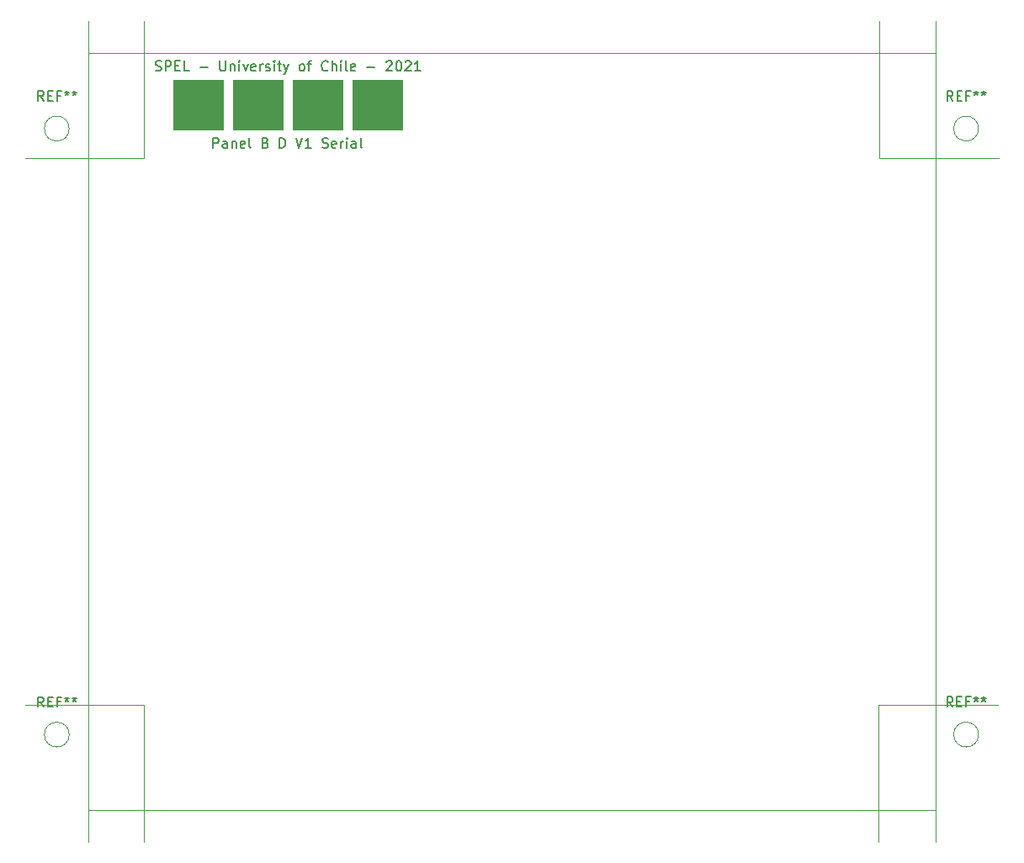
<source format=gbr>
G04 #@! TF.GenerationSoftware,KiCad,Pcbnew,(5.1.2)-2*
G04 #@! TF.CreationDate,2021-09-09T11:51:10-03:00*
G04 #@! TF.ProjectId,MAG_Plus,4d41475f-506c-4757-932e-6b696361645f,rev?*
G04 #@! TF.SameCoordinates,Original*
G04 #@! TF.FileFunction,Legend,Top*
G04 #@! TF.FilePolarity,Positive*
%FSLAX46Y46*%
G04 Gerber Fmt 4.6, Leading zero omitted, Abs format (unit mm)*
G04 Created by KiCad (PCBNEW (5.1.2)-2) date 2021-09-09 11:51:10*
%MOMM*%
%LPD*%
G04 APERTURE LIST*
%ADD10C,0.100000*%
%ADD11C,0.150000*%
%ADD12C,0.120000*%
G04 APERTURE END LIST*
D10*
G36*
X383330000Y-47550000D02*
G01*
X378330000Y-47550000D01*
X378330000Y-42550000D01*
X383330000Y-42550000D01*
X383330000Y-47550000D01*
G37*
X383330000Y-47550000D02*
X378330000Y-47550000D01*
X378330000Y-42550000D01*
X383330000Y-42550000D01*
X383330000Y-47550000D01*
G36*
X389330000Y-47550000D02*
G01*
X384330000Y-47550000D01*
X384330000Y-42550000D01*
X389330000Y-42550000D01*
X389330000Y-47550000D01*
G37*
X389330000Y-47550000D02*
X384330000Y-47550000D01*
X384330000Y-42550000D01*
X389330000Y-42550000D01*
X389330000Y-47550000D01*
G36*
X377330000Y-47550000D02*
G01*
X372330000Y-47550000D01*
X372330000Y-42550000D01*
X377330000Y-42550000D01*
X377330000Y-47550000D01*
G37*
X377330000Y-47550000D02*
X372330000Y-47550000D01*
X372330000Y-42550000D01*
X377330000Y-42550000D01*
X377330000Y-47550000D01*
G36*
X395330000Y-47550000D02*
G01*
X390330000Y-47550000D01*
X390330000Y-42550000D01*
X395330000Y-42550000D01*
X395330000Y-47550000D01*
G37*
X395330000Y-47550000D02*
X390330000Y-47550000D01*
X390330000Y-42550000D01*
X395330000Y-42550000D01*
X395330000Y-47550000D01*
D11*
X370546666Y-41604761D02*
X370689523Y-41652380D01*
X370927619Y-41652380D01*
X371022857Y-41604761D01*
X371070476Y-41557142D01*
X371118095Y-41461904D01*
X371118095Y-41366666D01*
X371070476Y-41271428D01*
X371022857Y-41223809D01*
X370927619Y-41176190D01*
X370737142Y-41128571D01*
X370641904Y-41080952D01*
X370594285Y-41033333D01*
X370546666Y-40938095D01*
X370546666Y-40842857D01*
X370594285Y-40747619D01*
X370641904Y-40700000D01*
X370737142Y-40652380D01*
X370975238Y-40652380D01*
X371118095Y-40700000D01*
X371546666Y-41652380D02*
X371546666Y-40652380D01*
X371927619Y-40652380D01*
X372022857Y-40700000D01*
X372070476Y-40747619D01*
X372118095Y-40842857D01*
X372118095Y-40985714D01*
X372070476Y-41080952D01*
X372022857Y-41128571D01*
X371927619Y-41176190D01*
X371546666Y-41176190D01*
X372546666Y-41128571D02*
X372880000Y-41128571D01*
X373022857Y-41652380D02*
X372546666Y-41652380D01*
X372546666Y-40652380D01*
X373022857Y-40652380D01*
X373927619Y-41652380D02*
X373451428Y-41652380D01*
X373451428Y-40652380D01*
X375022857Y-41271428D02*
X375784761Y-41271428D01*
X377022857Y-40652380D02*
X377022857Y-41461904D01*
X377070476Y-41557142D01*
X377118095Y-41604761D01*
X377213333Y-41652380D01*
X377403809Y-41652380D01*
X377499047Y-41604761D01*
X377546666Y-41557142D01*
X377594285Y-41461904D01*
X377594285Y-40652380D01*
X378070476Y-40985714D02*
X378070476Y-41652380D01*
X378070476Y-41080952D02*
X378118095Y-41033333D01*
X378213333Y-40985714D01*
X378356190Y-40985714D01*
X378451428Y-41033333D01*
X378499047Y-41128571D01*
X378499047Y-41652380D01*
X378975238Y-41652380D02*
X378975238Y-40985714D01*
X378975238Y-40652380D02*
X378927619Y-40700000D01*
X378975238Y-40747619D01*
X379022857Y-40700000D01*
X378975238Y-40652380D01*
X378975238Y-40747619D01*
X379356190Y-40985714D02*
X379594285Y-41652380D01*
X379832380Y-40985714D01*
X380594285Y-41604761D02*
X380499047Y-41652380D01*
X380308571Y-41652380D01*
X380213333Y-41604761D01*
X380165714Y-41509523D01*
X380165714Y-41128571D01*
X380213333Y-41033333D01*
X380308571Y-40985714D01*
X380499047Y-40985714D01*
X380594285Y-41033333D01*
X380641904Y-41128571D01*
X380641904Y-41223809D01*
X380165714Y-41319047D01*
X381070476Y-41652380D02*
X381070476Y-40985714D01*
X381070476Y-41176190D02*
X381118095Y-41080952D01*
X381165714Y-41033333D01*
X381260952Y-40985714D01*
X381356190Y-40985714D01*
X381641904Y-41604761D02*
X381737142Y-41652380D01*
X381927619Y-41652380D01*
X382022857Y-41604761D01*
X382070476Y-41509523D01*
X382070476Y-41461904D01*
X382022857Y-41366666D01*
X381927619Y-41319047D01*
X381784761Y-41319047D01*
X381689523Y-41271428D01*
X381641904Y-41176190D01*
X381641904Y-41128571D01*
X381689523Y-41033333D01*
X381784761Y-40985714D01*
X381927619Y-40985714D01*
X382022857Y-41033333D01*
X382499047Y-41652380D02*
X382499047Y-40985714D01*
X382499047Y-40652380D02*
X382451428Y-40700000D01*
X382499047Y-40747619D01*
X382546666Y-40700000D01*
X382499047Y-40652380D01*
X382499047Y-40747619D01*
X382832380Y-40985714D02*
X383213333Y-40985714D01*
X382975238Y-40652380D02*
X382975238Y-41509523D01*
X383022857Y-41604761D01*
X383118095Y-41652380D01*
X383213333Y-41652380D01*
X383451428Y-40985714D02*
X383689523Y-41652380D01*
X383927619Y-40985714D02*
X383689523Y-41652380D01*
X383594285Y-41890476D01*
X383546666Y-41938095D01*
X383451428Y-41985714D01*
X385213333Y-41652380D02*
X385118095Y-41604761D01*
X385070476Y-41557142D01*
X385022857Y-41461904D01*
X385022857Y-41176190D01*
X385070476Y-41080952D01*
X385118095Y-41033333D01*
X385213333Y-40985714D01*
X385356190Y-40985714D01*
X385451428Y-41033333D01*
X385499047Y-41080952D01*
X385546666Y-41176190D01*
X385546666Y-41461904D01*
X385499047Y-41557142D01*
X385451428Y-41604761D01*
X385356190Y-41652380D01*
X385213333Y-41652380D01*
X385832380Y-40985714D02*
X386213333Y-40985714D01*
X385975238Y-41652380D02*
X385975238Y-40795238D01*
X386022857Y-40700000D01*
X386118095Y-40652380D01*
X386213333Y-40652380D01*
X387879999Y-41557142D02*
X387832380Y-41604761D01*
X387689523Y-41652380D01*
X387594285Y-41652380D01*
X387451428Y-41604761D01*
X387356190Y-41509523D01*
X387308571Y-41414285D01*
X387260952Y-41223809D01*
X387260952Y-41080952D01*
X387308571Y-40890476D01*
X387356190Y-40795238D01*
X387451428Y-40700000D01*
X387594285Y-40652380D01*
X387689523Y-40652380D01*
X387832380Y-40700000D01*
X387879999Y-40747619D01*
X388308571Y-41652380D02*
X388308571Y-40652380D01*
X388737142Y-41652380D02*
X388737142Y-41128571D01*
X388689523Y-41033333D01*
X388594285Y-40985714D01*
X388451428Y-40985714D01*
X388356190Y-41033333D01*
X388308571Y-41080952D01*
X389213333Y-41652380D02*
X389213333Y-40985714D01*
X389213333Y-40652380D02*
X389165714Y-40700000D01*
X389213333Y-40747619D01*
X389260952Y-40700000D01*
X389213333Y-40652380D01*
X389213333Y-40747619D01*
X389832380Y-41652380D02*
X389737142Y-41604761D01*
X389689523Y-41509523D01*
X389689523Y-40652380D01*
X390594285Y-41604761D02*
X390499047Y-41652380D01*
X390308571Y-41652380D01*
X390213333Y-41604761D01*
X390165714Y-41509523D01*
X390165714Y-41128571D01*
X390213333Y-41033333D01*
X390308571Y-40985714D01*
X390499047Y-40985714D01*
X390594285Y-41033333D01*
X390641904Y-41128571D01*
X390641904Y-41223809D01*
X390165714Y-41319047D01*
X391832380Y-41271428D02*
X392594285Y-41271428D01*
X393784761Y-40747619D02*
X393832380Y-40700000D01*
X393927619Y-40652380D01*
X394165714Y-40652380D01*
X394260952Y-40700000D01*
X394308571Y-40747619D01*
X394356190Y-40842857D01*
X394356190Y-40938095D01*
X394308571Y-41080952D01*
X393737142Y-41652380D01*
X394356190Y-41652380D01*
X394975238Y-40652380D02*
X395070476Y-40652380D01*
X395165714Y-40700000D01*
X395213333Y-40747619D01*
X395260952Y-40842857D01*
X395308571Y-41033333D01*
X395308571Y-41271428D01*
X395260952Y-41461904D01*
X395213333Y-41557142D01*
X395165714Y-41604761D01*
X395070476Y-41652380D01*
X394975238Y-41652380D01*
X394879999Y-41604761D01*
X394832380Y-41557142D01*
X394784761Y-41461904D01*
X394737142Y-41271428D01*
X394737142Y-41033333D01*
X394784761Y-40842857D01*
X394832380Y-40747619D01*
X394879999Y-40700000D01*
X394975238Y-40652380D01*
X395689523Y-40747619D02*
X395737142Y-40700000D01*
X395832380Y-40652380D01*
X396070476Y-40652380D01*
X396165714Y-40700000D01*
X396213333Y-40747619D01*
X396260952Y-40842857D01*
X396260952Y-40938095D01*
X396213333Y-41080952D01*
X395641904Y-41652380D01*
X396260952Y-41652380D01*
X397213333Y-41652380D02*
X396641904Y-41652380D01*
X396927619Y-41652380D02*
X396927619Y-40652380D01*
X396832380Y-40795238D01*
X396737142Y-40890476D01*
X396641904Y-40938095D01*
X376327619Y-49402380D02*
X376327619Y-48402380D01*
X376708571Y-48402380D01*
X376803809Y-48450000D01*
X376851428Y-48497619D01*
X376899047Y-48592857D01*
X376899047Y-48735714D01*
X376851428Y-48830952D01*
X376803809Y-48878571D01*
X376708571Y-48926190D01*
X376327619Y-48926190D01*
X377756190Y-49402380D02*
X377756190Y-48878571D01*
X377708571Y-48783333D01*
X377613333Y-48735714D01*
X377422857Y-48735714D01*
X377327619Y-48783333D01*
X377756190Y-49354761D02*
X377660952Y-49402380D01*
X377422857Y-49402380D01*
X377327619Y-49354761D01*
X377280000Y-49259523D01*
X377280000Y-49164285D01*
X377327619Y-49069047D01*
X377422857Y-49021428D01*
X377660952Y-49021428D01*
X377756190Y-48973809D01*
X378232380Y-48735714D02*
X378232380Y-49402380D01*
X378232380Y-48830952D02*
X378280000Y-48783333D01*
X378375238Y-48735714D01*
X378518095Y-48735714D01*
X378613333Y-48783333D01*
X378660952Y-48878571D01*
X378660952Y-49402380D01*
X379518095Y-49354761D02*
X379422857Y-49402380D01*
X379232380Y-49402380D01*
X379137142Y-49354761D01*
X379089523Y-49259523D01*
X379089523Y-48878571D01*
X379137142Y-48783333D01*
X379232380Y-48735714D01*
X379422857Y-48735714D01*
X379518095Y-48783333D01*
X379565714Y-48878571D01*
X379565714Y-48973809D01*
X379089523Y-49069047D01*
X380137142Y-49402380D02*
X380041904Y-49354761D01*
X379994285Y-49259523D01*
X379994285Y-48402380D01*
X381613333Y-48878571D02*
X381756190Y-48926190D01*
X381803809Y-48973809D01*
X381851428Y-49069047D01*
X381851428Y-49211904D01*
X381803809Y-49307142D01*
X381756190Y-49354761D01*
X381660952Y-49402380D01*
X381280000Y-49402380D01*
X381280000Y-48402380D01*
X381613333Y-48402380D01*
X381708571Y-48450000D01*
X381756190Y-48497619D01*
X381803809Y-48592857D01*
X381803809Y-48688095D01*
X381756190Y-48783333D01*
X381708571Y-48830952D01*
X381613333Y-48878571D01*
X381280000Y-48878571D01*
X383041904Y-49402380D02*
X383041904Y-48402380D01*
X383280000Y-48402380D01*
X383422857Y-48450000D01*
X383518095Y-48545238D01*
X383565714Y-48640476D01*
X383613333Y-48830952D01*
X383613333Y-48973809D01*
X383565714Y-49164285D01*
X383518095Y-49259523D01*
X383422857Y-49354761D01*
X383280000Y-49402380D01*
X383041904Y-49402380D01*
X384660952Y-48402380D02*
X384994285Y-49402380D01*
X385327619Y-48402380D01*
X386184761Y-49402380D02*
X385613333Y-49402380D01*
X385899047Y-49402380D02*
X385899047Y-48402380D01*
X385803809Y-48545238D01*
X385708571Y-48640476D01*
X385613333Y-48688095D01*
X387327619Y-49354761D02*
X387470476Y-49402380D01*
X387708571Y-49402380D01*
X387803809Y-49354761D01*
X387851428Y-49307142D01*
X387899047Y-49211904D01*
X387899047Y-49116666D01*
X387851428Y-49021428D01*
X387803809Y-48973809D01*
X387708571Y-48926190D01*
X387518095Y-48878571D01*
X387422857Y-48830952D01*
X387375238Y-48783333D01*
X387327619Y-48688095D01*
X387327619Y-48592857D01*
X387375238Y-48497619D01*
X387422857Y-48450000D01*
X387518095Y-48402380D01*
X387756190Y-48402380D01*
X387899047Y-48450000D01*
X388708571Y-49354761D02*
X388613333Y-49402380D01*
X388422857Y-49402380D01*
X388327619Y-49354761D01*
X388280000Y-49259523D01*
X388280000Y-48878571D01*
X388327619Y-48783333D01*
X388422857Y-48735714D01*
X388613333Y-48735714D01*
X388708571Y-48783333D01*
X388756190Y-48878571D01*
X388756190Y-48973809D01*
X388280000Y-49069047D01*
X389184761Y-49402380D02*
X389184761Y-48735714D01*
X389184761Y-48926190D02*
X389232380Y-48830952D01*
X389280000Y-48783333D01*
X389375238Y-48735714D01*
X389470476Y-48735714D01*
X389803809Y-49402380D02*
X389803809Y-48735714D01*
X389803809Y-48402380D02*
X389756190Y-48450000D01*
X389803809Y-48497619D01*
X389851428Y-48450000D01*
X389803809Y-48402380D01*
X389803809Y-48497619D01*
X390708571Y-49402380D02*
X390708571Y-48878571D01*
X390660952Y-48783333D01*
X390565714Y-48735714D01*
X390375238Y-48735714D01*
X390280000Y-48783333D01*
X390708571Y-49354761D02*
X390613333Y-49402380D01*
X390375238Y-49402380D01*
X390280000Y-49354761D01*
X390232380Y-49259523D01*
X390232380Y-49164285D01*
X390280000Y-49069047D01*
X390375238Y-49021428D01*
X390613333Y-49021428D01*
X390708571Y-48973809D01*
X391327619Y-49402380D02*
X391232380Y-49354761D01*
X391184761Y-49259523D01*
X391184761Y-48402380D01*
D12*
X361860000Y-108460000D02*
G75*
G03X361860000Y-108460000I-1250000J0D01*
G01*
X449010000Y-39860000D02*
X363810000Y-39860000D01*
X363810000Y-119260000D02*
X363810000Y-36660000D01*
X449010000Y-119260000D02*
X449010000Y-36660000D01*
X443310000Y-119260000D02*
X443310000Y-105460000D01*
X453360000Y-108460000D02*
G75*
G03X453360000Y-108460000I-1250000J0D01*
G01*
X455310000Y-105460000D02*
X443310000Y-105460000D01*
X369410000Y-119260000D02*
X369410000Y-105460000D01*
X455410000Y-50460000D02*
X443410000Y-50460000D01*
X369410000Y-50460000D02*
X369410000Y-36660000D01*
X357410000Y-105460000D02*
X369410000Y-105460000D01*
X357410000Y-50460000D02*
X369410000Y-50460000D01*
X443410000Y-36660000D02*
X443410000Y-50460000D01*
X361860000Y-47460000D02*
G75*
G03X361860000Y-47460000I-1250000J0D01*
G01*
X363810000Y-116060000D02*
X449010000Y-116060000D01*
X453360000Y-47460000D02*
G75*
G03X453360000Y-47460000I-1250000J0D01*
G01*
D11*
X450776666Y-44682380D02*
X450443333Y-44206190D01*
X450205238Y-44682380D02*
X450205238Y-43682380D01*
X450586190Y-43682380D01*
X450681428Y-43730000D01*
X450729047Y-43777619D01*
X450776666Y-43872857D01*
X450776666Y-44015714D01*
X450729047Y-44110952D01*
X450681428Y-44158571D01*
X450586190Y-44206190D01*
X450205238Y-44206190D01*
X451205238Y-44158571D02*
X451538571Y-44158571D01*
X451681428Y-44682380D02*
X451205238Y-44682380D01*
X451205238Y-43682380D01*
X451681428Y-43682380D01*
X452443333Y-44158571D02*
X452110000Y-44158571D01*
X452110000Y-44682380D02*
X452110000Y-43682380D01*
X452586190Y-43682380D01*
X453110000Y-43682380D02*
X453110000Y-43920476D01*
X452871904Y-43825238D02*
X453110000Y-43920476D01*
X453348095Y-43825238D01*
X452967142Y-44110952D02*
X453110000Y-43920476D01*
X453252857Y-44110952D01*
X453871904Y-43682380D02*
X453871904Y-43920476D01*
X453633809Y-43825238D02*
X453871904Y-43920476D01*
X454110000Y-43825238D01*
X453729047Y-44110952D02*
X453871904Y-43920476D01*
X454014761Y-44110952D01*
X359286666Y-44662380D02*
X358953333Y-44186190D01*
X358715238Y-44662380D02*
X358715238Y-43662380D01*
X359096190Y-43662380D01*
X359191428Y-43710000D01*
X359239047Y-43757619D01*
X359286666Y-43852857D01*
X359286666Y-43995714D01*
X359239047Y-44090952D01*
X359191428Y-44138571D01*
X359096190Y-44186190D01*
X358715238Y-44186190D01*
X359715238Y-44138571D02*
X360048571Y-44138571D01*
X360191428Y-44662380D02*
X359715238Y-44662380D01*
X359715238Y-43662380D01*
X360191428Y-43662380D01*
X360953333Y-44138571D02*
X360620000Y-44138571D01*
X360620000Y-44662380D02*
X360620000Y-43662380D01*
X361096190Y-43662380D01*
X361620000Y-43662380D02*
X361620000Y-43900476D01*
X361381904Y-43805238D02*
X361620000Y-43900476D01*
X361858095Y-43805238D01*
X361477142Y-44090952D02*
X361620000Y-43900476D01*
X361762857Y-44090952D01*
X362381904Y-43662380D02*
X362381904Y-43900476D01*
X362143809Y-43805238D02*
X362381904Y-43900476D01*
X362620000Y-43805238D01*
X362239047Y-44090952D02*
X362381904Y-43900476D01*
X362524761Y-44090952D01*
X359286666Y-105672380D02*
X358953333Y-105196190D01*
X358715238Y-105672380D02*
X358715238Y-104672380D01*
X359096190Y-104672380D01*
X359191428Y-104720000D01*
X359239047Y-104767619D01*
X359286666Y-104862857D01*
X359286666Y-105005714D01*
X359239047Y-105100952D01*
X359191428Y-105148571D01*
X359096190Y-105196190D01*
X358715238Y-105196190D01*
X359715238Y-105148571D02*
X360048571Y-105148571D01*
X360191428Y-105672380D02*
X359715238Y-105672380D01*
X359715238Y-104672380D01*
X360191428Y-104672380D01*
X360953333Y-105148571D02*
X360620000Y-105148571D01*
X360620000Y-105672380D02*
X360620000Y-104672380D01*
X361096190Y-104672380D01*
X361620000Y-104672380D02*
X361620000Y-104910476D01*
X361381904Y-104815238D02*
X361620000Y-104910476D01*
X361858095Y-104815238D01*
X361477142Y-105100952D02*
X361620000Y-104910476D01*
X361762857Y-105100952D01*
X362381904Y-104672380D02*
X362381904Y-104910476D01*
X362143809Y-104815238D02*
X362381904Y-104910476D01*
X362620000Y-104815238D01*
X362239047Y-105100952D02*
X362381904Y-104910476D01*
X362524761Y-105100952D01*
X450766666Y-105662380D02*
X450433333Y-105186190D01*
X450195238Y-105662380D02*
X450195238Y-104662380D01*
X450576190Y-104662380D01*
X450671428Y-104710000D01*
X450719047Y-104757619D01*
X450766666Y-104852857D01*
X450766666Y-104995714D01*
X450719047Y-105090952D01*
X450671428Y-105138571D01*
X450576190Y-105186190D01*
X450195238Y-105186190D01*
X451195238Y-105138571D02*
X451528571Y-105138571D01*
X451671428Y-105662380D02*
X451195238Y-105662380D01*
X451195238Y-104662380D01*
X451671428Y-104662380D01*
X452433333Y-105138571D02*
X452100000Y-105138571D01*
X452100000Y-105662380D02*
X452100000Y-104662380D01*
X452576190Y-104662380D01*
X453100000Y-104662380D02*
X453100000Y-104900476D01*
X452861904Y-104805238D02*
X453100000Y-104900476D01*
X453338095Y-104805238D01*
X452957142Y-105090952D02*
X453100000Y-104900476D01*
X453242857Y-105090952D01*
X453861904Y-104662380D02*
X453861904Y-104900476D01*
X453623809Y-104805238D02*
X453861904Y-104900476D01*
X454100000Y-104805238D01*
X453719047Y-105090952D02*
X453861904Y-104900476D01*
X454004761Y-105090952D01*
M02*

</source>
